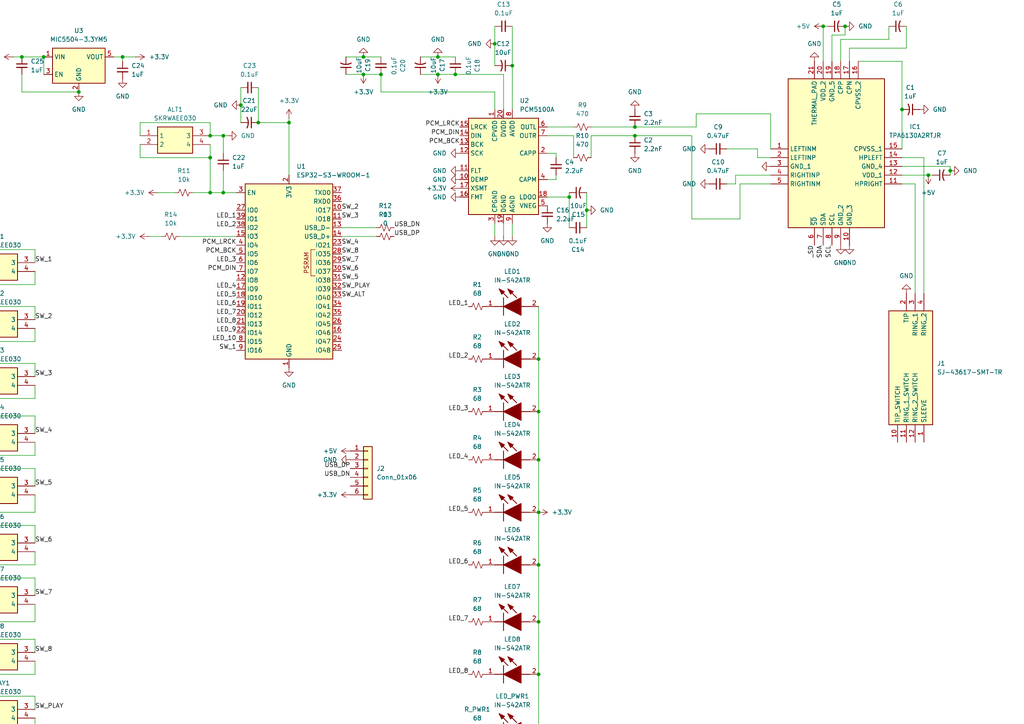
<source format=kicad_sch>
(kicad_sch (version 20250114) (generator "eeschema") (generator_version "9.0")
  (paper "A4")
  (junction (at -10.16 99.06))
  (junction (at 105.41 16.51))
  (junction (at 184.15 36.83))
  (junction (at 184.15 39.37))
  (junction (at 69.85 30.48))
  (junction (at 156.21 195.58))
  (junction (at -10.16 82.55))
  (junction (at 156.21 148.59))
  (junction (at 148.59 19.05))
  (junction (at 238.76 7.62))
  (junction (at 83.82 35.56))
  (junction (at 110.49 21.59))
  (junction (at 132.08 21.59))
  (junction (at 74.93 35.56))
  (junction (at -10.16 115.57))
  (junction (at 261.62 31.75))
  (junction (at 165.1 57.15))
  (junction (at 245.11 7.62))
  (junction (at 60.96 39.37))
  (junction (at 156.21 104.14))
  (junction (at 60.96 45.72))
  (junction (at -10.16 180.34))
  (junction (at 105.41 21.59))
  (junction (at -10.16 194.31))
  (junction (at 275.59 49.53))
  (junction (at 127 21.59))
  (junction (at 12.7 16.51))
  (junction (at 156.21 163.83))
  (junction (at 64.77 55.88))
  (junction (at -10.16 212.09))
  (junction (at 64.77 39.37))
  (junction (at 156.21 212.09))
  (junction (at 156.21 119.38))
  (junction (at 6.35 16.51))
  (junction (at 269.24 50.8))
  (junction (at 170.18 60.96))
  (junction (at -10.16 132.08))
  (junction (at 143.51 12.7))
  (junction (at 127 16.51))
  (junction (at 156.21 133.35))
  (junction (at -10.16 163.83))
  (junction (at 156.21 180.34))
  (junction (at 60.96 55.88))
  (junction (at -10.16 148.59))
  (junction (at 22.86 26.67))
  (junction (at -11.43 224.79))
  (junction (at 35.56 16.51))
  (no_connect (at -74.93 97.79))
  (wire (pts (xy 200.66 39.37) (xy 200.66 63.5)))
  (wire (pts (xy -10.16 135.89) (xy 10.16 135.89)))
  (wire (pts (xy 10.16 115.57) (xy 10.16 111.76)))
  (wire (pts (xy 200.66 39.37) (xy 184.15 39.37)))
  (wire (pts (xy 241.3 17.78) (xy 241.3 10.16)))
  (wire (pts (xy 200.66 63.5) (xy 214.63 63.5)))
  (wire (pts (xy 156.21 88.9) (xy 156.21 104.14)))
  (wire (pts (xy 261.62 31.75) (xy 261.62 43.18)))
  (wire (pts (xy 10.16 82.55) (xy 10.16 78.74)))
  (wire (pts (xy 83.82 34.29) (xy 83.82 35.56)))
  (wire (pts (xy -10.16 78.74) (xy -10.16 82.55)))
  (wire (pts (xy 60.96 41.91) (xy 60.96 45.72)))
  (wire (pts (xy 3.81 16.51) (xy 6.35 16.51)))
  (wire (pts (xy 121.92 16.51) (xy 127 16.51)))
  (wire (pts (xy 143.51 12.7) (xy 143.51 19.05)))
  (wire (pts (xy -10.16 185.42) (xy 10.16 185.42)))
  (wire (pts (xy 213.36 53.34) (xy 210.82 53.34)))
  (wire (pts (xy 146.05 21.59) (xy 132.08 21.59)))
  (wire (pts (xy 55.88 55.88) (xy 60.96 55.88)))
  (wire (pts (xy 156.21 148.59) (xy 156.21 163.83)))
  (wire (pts (xy 171.45 39.37) (xy 171.45 45.72)))
  (wire (pts (xy 60.96 35.56) (xy 40.64 35.56)))
  (wire (pts (xy 40.64 35.56) (xy 40.64 39.37)))
  (wire (pts (xy -10.16 140.97) (xy -10.16 135.89)))
  (wire (pts (xy 10.16 120.65) (xy 10.16 125.73)))
  (wire (pts (xy 156.21 195.58) (xy 156.21 212.09)))
  (wire (pts (xy 261.62 45.72) (xy 267.97 45.72)))
  (wire (pts (xy 10.16 132.08) (xy 10.16 128.27)))
  (wire (pts (xy 74.93 25.4) (xy 74.93 35.56)))
  (wire (pts (xy 261.62 50.8) (xy 269.24 50.8)))
  (wire (pts (xy -10.16 109.22) (xy -10.16 105.41)))
  (wire (pts (xy 40.64 45.72) (xy 60.96 45.72)))
  (wire (pts (xy 214.63 53.34) (xy 214.63 63.5)))
  (wire (pts (xy -10.16 105.41) (xy 10.16 105.41)))
  (wire (pts (xy 40.64 41.91) (xy 40.64 45.72)))
  (wire (pts (xy -10.16 191.77) (xy -10.16 194.31)))
  (wire (pts (xy -11.43 231.14) (xy 8.89 231.14)))
  (wire (pts (xy 127 16.51) (xy 132.08 16.51)))
  (wire (pts (xy -10.16 128.27) (xy -10.16 132.08)))
  (wire (pts (xy -11.43 222.25) (xy -11.43 218.44)))
  (wire (pts (xy 10.16 148.59) (xy 10.16 143.51)))
  (wire (pts (xy 238.76 7.62) (xy 238.76 17.78)))
  (wire (pts (xy 10.16 167.64) (xy 10.16 172.72)))
  (wire (pts (xy -10.16 195.58) (xy 10.16 195.58)))
  (wire (pts (xy 10.16 175.26) (xy 10.16 180.34)))
  (wire (pts (xy 10.16 212.09) (xy 10.16 208.28)))
  (wire (pts (xy -10.16 88.9) (xy 10.16 88.9)))
  (wire (pts (xy -10.16 115.57) (xy 10.16 115.57)))
  (wire (pts (xy 143.51 31.75) (xy 143.51 26.67)))
  (wire (pts (xy -10.16 99.06) (xy 10.16 99.06)))
  (wire (pts (xy 10.16 99.06) (xy 10.16 95.25)))
  (wire (pts (xy 10.16 105.41) (xy 10.16 109.22)))
  (wire (pts (xy 161.29 52.07) (xy 161.29 50.8)))
  (wire (pts (xy 245.11 10.16) (xy 245.11 7.62)))
  (wire (pts (xy 35.56 16.51) (xy 35.56 17.78)))
  (wire (pts (xy 69.85 30.48) (xy 69.85 35.56)))
  (wire (pts (xy 275.59 49.53) (xy 275.59 50.8)))
  (wire (pts (xy -10.16 167.64) (xy 10.16 167.64)))
  (wire (pts (xy 100.33 16.51) (xy 105.41 16.51)))
  (wire (pts (xy 240.03 7.62) (xy 238.76 7.62)))
  (wire (pts (xy 60.96 45.72) (xy 60.96 55.88)))
  (wire (pts (xy 265.43 53.34) (xy 265.43 85.09)))
  (wire (pts (xy 156.21 133.35) (xy 156.21 148.59)))
  (wire (pts (xy 166.37 39.37) (xy 166.37 45.72)))
  (wire (pts (xy -10.16 212.09) (xy 10.16 212.09)))
  (wire (pts (xy -10.16 92.71) (xy -10.16 88.9)))
  (wire (pts (xy 33.02 16.51) (xy 35.56 16.51)))
  (wire (pts (xy 8.89 218.44) (xy 8.89 222.25)))
  (wire (pts (xy 10.16 185.42) (xy 10.16 189.23)))
  (wire (pts (xy 66.04 39.37) (xy 64.77 39.37)))
  (wire (pts (xy 241.3 10.16) (xy 245.11 10.16)))
  (wire (pts (xy 156.21 119.38) (xy 156.21 133.35)))
  (wire (pts (xy 158.75 52.07) (xy 161.29 52.07)))
  (wire (pts (xy 275.59 48.26) (xy 275.59 49.53)))
  (wire (pts (xy 83.82 35.56) (xy 83.82 50.8)))
  (wire (pts (xy 127 21.59) (xy 132.08 21.59)))
  (wire (pts (xy 64.77 55.88) (xy 68.58 55.88)))
  (wire (pts (xy 184.15 36.83) (xy 201.93 36.83)))
  (wire (pts (xy 143.51 7.62) (xy 143.51 12.7)))
  (wire (pts (xy -10.16 201.93) (xy 10.16 201.93)))
  (wire (pts (xy -11.43 218.44) (xy 8.89 218.44)))
  (wire (pts (xy 52.07 68.58) (xy 68.58 68.58)))
  (wire (pts (xy -10.16 72.39) (xy 10.16 72.39)))
  (wire (pts (xy 165.1 57.15) (xy 165.1 66.04)))
  (wire (pts (xy -10.16 125.73) (xy -10.16 120.65)))
  (wire (pts (xy 158.75 44.45) (xy 161.29 44.45)))
  (wire (pts (xy 243.84 11.43) (xy 257.81 11.43)))
  (wire (pts (xy 45.72 55.88) (xy 50.8 55.88)))
  (wire (pts (xy 110.49 26.67) (xy 110.49 21.59)))
  (wire (pts (xy 171.45 36.83) (xy 184.15 36.83)))
  (wire (pts (xy 60.96 39.37) (xy 60.96 35.56)))
  (wire (pts (xy 99.06 66.04) (xy 109.22 66.04)))
  (wire (pts (xy 210.82 43.18) (xy 219.71 43.18)))
  (wire (pts (xy 143.51 26.67) (xy 110.49 26.67)))
  (wire (pts (xy 267.97 45.72) (xy 267.97 85.09)))
  (wire (pts (xy -10.16 95.25) (xy -10.16 99.06)))
  (wire (pts (xy 223.52 50.8) (xy 213.36 50.8)))
  (wire (pts (xy 99.06 68.58) (xy 109.22 68.58)))
  (wire (pts (xy 213.36 50.8) (xy 213.36 53.34)))
  (wire (pts (xy 10.16 201.93) (xy 10.16 205.74)))
  (wire (pts (xy -10.16 160.02) (xy -10.16 163.83)))
  (wire (pts (xy 261.62 53.34) (xy 265.43 53.34)))
  (wire (pts (xy 158.75 39.37) (xy 166.37 39.37)))
  (wire (pts (xy 223.52 53.34) (xy 214.63 53.34)))
  (wire (pts (xy 269.24 50.8) (xy 270.51 50.8)))
  (wire (pts (xy 35.56 16.51) (xy 39.37 16.51)))
  (wire (pts (xy 105.41 21.59) (xy 110.49 21.59)))
  (wire (pts (xy -10.16 180.34) (xy 10.16 180.34)))
  (wire (pts (xy 64.77 39.37) (xy 64.77 44.45)))
  (wire (pts (xy 148.59 7.62) (xy 148.59 19.05)))
  (wire (pts (xy -10.16 205.74) (xy -10.16 201.93)))
  (wire (pts (xy 257.81 11.43) (xy 257.81 7.62)))
  (wire (pts (xy 158.75 57.15) (xy 165.1 57.15)))
  (wire (pts (xy 201.93 33.02) (xy 223.52 33.02)))
  (wire (pts (xy 148.59 64.77) (xy 148.59 68.58)))
  (wire (pts (xy 64.77 49.53) (xy 64.77 55.88)))
  (wire (pts (xy 69.85 25.4) (xy 69.85 30.48)))
  (wire (pts (xy 243.84 17.78) (xy 243.84 11.43)))
  (wire (pts (xy -10.16 132.08) (xy 10.16 132.08)))
  (wire (pts (xy 143.51 64.77) (xy 143.51 68.58)))
  (wire (pts (xy -10.16 143.51) (xy -10.16 148.59)))
  (wire (pts (xy -10.16 152.4) (xy 10.16 152.4)))
  (wire (pts (xy 10.16 195.58) (xy 10.16 191.77)))
  (wire (pts (xy 201.93 36.83) (xy 201.93 33.02)))
  (wire (pts (xy -10.16 208.28) (xy -10.16 212.09)))
  (wire (pts (xy -10.16 189.23) (xy -10.16 185.42)))
  (wire (pts (xy 165.1 57.15) (xy 165.1 55.88)))
  (wire (pts (xy -10.16 175.26) (xy -10.16 180.34)))
  (wire (pts (xy 10.16 152.4) (xy 10.16 157.48)))
  (wire (pts (xy 148.59 19.05) (xy 148.59 31.75)))
  (wire (pts (xy 10.16 88.9) (xy 10.16 92.71)))
  (wire (pts (xy -10.16 152.4) (xy -10.16 157.48)))
  (wire (pts (xy 156.21 104.14) (xy 156.21 119.38)))
  (wire (pts (xy -10.16 148.59) (xy 10.16 148.59)))
  (wire (pts (xy 74.93 35.56) (xy 83.82 35.56)))
  (wire (pts (xy -10.16 76.2) (xy -10.16 72.39)))
  (wire (pts (xy 246.38 17.78) (xy 246.38 13.97)))
  (wire (pts (xy 156.21 212.09) (xy 156.21 227.33)))
  (wire (pts (xy 261.62 48.26) (xy 275.59 48.26)))
  (wire (pts (xy 156.21 163.83) (xy 156.21 180.34)))
  (wire (pts (xy -10.16 82.55) (xy 10.16 82.55)))
  (wire (pts (xy 170.18 55.88) (xy 170.18 60.96)))
  (wire (pts (xy 219.71 45.72) (xy 223.52 45.72)))
  (wire (pts (xy -10.16 120.65) (xy 10.16 120.65)))
  (wire (pts (xy 161.29 44.45) (xy 161.29 45.72)))
  (wire (pts (xy 10.16 135.89) (xy 10.16 140.97)))
  (wire (pts (xy 12.7 16.51) (xy 12.7 21.59)))
  (wire (pts (xy 158.75 36.83) (xy 166.37 36.83)))
  (wire (pts (xy 219.71 43.18) (xy 219.71 45.72)))
  (wire (pts (xy 246.38 13.97) (xy 262.89 13.97)))
  (wire (pts (xy 223.52 33.02) (xy 223.52 43.18)))
  (wire (pts (xy 10.16 163.83) (xy 10.16 160.02)))
  (wire (pts (xy 8.89 231.14) (xy 8.89 224.79)))
  (wire (pts (xy 170.18 60.96) (xy 170.18 66.04)))
  (wire (pts (xy 261.62 17.78) (xy 261.62 31.75)))
  (wire (pts (xy -10.16 194.31) (xy -10.16 195.58)))
  (wire (pts (xy 146.05 64.77) (xy 146.05 68.58)))
  (wire (pts (xy 6.35 26.67) (xy 22.86 26.67)))
  (wire (pts (xy -10.16 111.76) (xy -10.16 115.57)))
  (wire (pts (xy -10.16 172.72) (xy -10.16 167.64)))
  (wire (pts (xy 6.35 16.51) (xy 12.7 16.51)))
  (wire (pts (xy 6.35 21.59) (xy 6.35 26.67)))
  (wire (pts (xy -11.43 224.79) (xy -11.43 231.14)))
  (wire (pts (xy 248.92 17.78) (xy 261.62 17.78)))
  (wire (pts (xy 262.89 13.97) (xy 262.89 7.62)))
  (wire (pts (xy 121.92 21.59) (xy 127 21.59)))
  (wire (pts (xy 146.05 31.75) (xy 146.05 21.59)))
  (wire (pts (xy 156.21 180.34) (xy 156.21 195.58)))
  (wire (pts (xy 100.33 21.59) (xy 105.41 21.59)))
  (wire (pts (xy 43.18 68.58) (xy 46.99 68.58)))
  (wire (pts (xy 10.16 72.39) (xy 10.16 76.2)))
  (wire (pts (xy 184.15 39.37) (xy 171.45 39.37)))
  (wire (pts (xy 105.41 16.51) (xy 110.49 16.51)))
  (wire (pts (xy 64.77 39.37) (xy 60.96 39.37)))
  (wire (pts (xy 60.96 55.88) (xy 64.77 55.88)))
  (wire (pts (xy -10.16 163.83) (xy 10.16 163.83)))
  (label "USB_DN" (at 114.3 66.04 0))
  (label "LED_7" (at 68.58 91.44 180))
  (label "LED_2" (at 135.89 104.14 180))
  (label "USB_DP" (at 101.6 135.89 180))
  (label "_SD" (at 236.22 71.12 270))
  (label "SW_8" (at 99.06 73.66 0))
  (label "PCM_DIN" (at 133.35 39.37 180))
  (label "SW_7" (at 99.06 76.2 0))
  (label "LED_10" (at 135.89 227.33 180))
  (label "PCM_LRCK" (at 133.35 36.83 180))
  (label "LED_7" (at 135.89 180.34 180))
  (label "SW_4" (at 10.16 125.73 0))
  (label "LED_6" (at 135.89 163.83 180))
  (label "LED_9" (at 68.58 96.52 180))
  (label "SW_6" (at 10.16 157.48 0))
  (label "SW_ALT" (at 8.89 222.25 0))
  (label "LED_8" (at 68.58 93.98 180))
  (label "PCM_DIN" (at 68.58 78.74 180))
  (label "SW_2" (at 10.16 92.71 0))
  (label "LED_8" (at 135.89 195.58 180))
  (label "LED_9" (at 135.89 212.09 180))
  (label "LED_3" (at 135.89 119.38 180))
  (label "SW_1" (at 10.16 76.2 0))
  (label "PCM_BCK" (at 133.35 41.91 180))
  (label "SCL" (at 241.3 71.12 270))
  (label "SW_3" (at 99.06 63.5 0))
  (label "LED_1" (at 68.58 63.5 180))
  (label "SW_6" (at 99.06 78.74 0))
  (label "LED_4" (at 68.58 83.82 180))
  (label "USB_DP" (at 114.3 68.58 0))
  (label "SDA" (at 238.76 71.12 270))
  (label "USB_DN" (at 101.6 138.43 180))
  (label "SW_5" (at 99.06 81.28 0))
  (label "LED_6" (at 68.58 88.9 180))
  (label "SW_5" (at 10.16 140.97 0))
  (label "LED_1" (at 135.89 88.9 180))
  (label "SW_2" (at 99.06 60.96 0))
  (label "PCM_LRCK" (at 68.58 71.12 180))
  (label "SW_PLAY" (at 99.06 83.82 0))
  (label "LED_5" (at 135.89 148.59 180))
  (label "LED_4" (at 135.89 133.35 180))
  (label "SW_3" (at 10.16 109.22 0))
  (label "SW_8" (at 10.16 189.23 0))
  (label "PCM_BCK" (at 68.58 73.66 180))
  (label "SW_ALT" (at 99.06 86.36 0))
  (label "SW_1" (at 68.58 101.6 180))
  (label "LED_2" (at 68.58 66.04 180))
  (label "SW_PLAY" (at 10.16 205.74 0))
  (label "LED_10" (at 68.58 99.06 180))
  (label "SW_7" (at 10.16 172.72 0))
  (label "LED_3" (at 68.58 76.2 180))
  (label "LED_5" (at 68.58 86.36 180))
  (label "SW_4" (at 99.06 71.12 0))
  (symbol (lib_id "Device:C_Small_US") (at 264.16 31.75 270) (unit 1)
    (property "Reference" "C1" (at 264.033 25.4 90))
    (property "Value" "1uF" (at 264.033 27.94 90))
    (property "Footprint" "Capacitor_SMD:C_01005_0402Metric" (effects (hide yes)))
    (property "Description" "capacitor, small US symbol" (effects (hide yes)))
  )
  (symbol (lib_id "power:GND") (at 246.38 71.12 0) (unit 1)
    (property "Reference" "#PWR09" (effects (hide yes)))
    (property "Value" "GND" (at 246.38 76.2 0))
    (property "Description" "Power symbol creates a global label with name \"GND\" , ground" (effects (hide yes)))
  )
  (symbol (lib_id "power:+3.3V") (at 43.18 68.58 90) (unit 1)
    (property "Reference" "#PWR038" (effects (hide yes)))
    (property "Value" "+3.3V" (at 39.37 68.5799 90) (effects (justify left)))
    (property "Description" "Power symbol creates a global label with name \"+3.3V\"" (effects (hide yes)))
  )
  (symbol (lib_id "Device:C_Small_US") (at 146.05 19.05 270) (unit 1)
    (property "Reference" "C12" (at 145.923 12.7 90))
    (property "Value" "10uF" (at 145.923 15.24 90))
    (property "Footprint" "Capacitor_SMD:C_01005_0402Metric" (effects (hide yes)))
    (property "Description" "capacitor, small US symbol" (effects (hide yes)))
  )
  (symbol (lib_id "SKRWAEE030:SKRWAEE030") (at -10.16 76.2 0) (unit 1)
    (property "Reference" "S1" (at 0 68.58 0))
    (property "Value" "SKRWAEE030" (at 0 71.12 0))
    (property "Footprint" "SKRWAEE030:SKRWAEE030" (effects (hide yes)))
    (property "Datasheet" "https://www.alps.com/prod/info/E/HTML/Tact/SurfaceMount/SKRW/SKRWAEE030.html" (effects (hide yes)))
    (property "Description" "Tactile Switches 3.7x3.7x0.35mm 160gf" (effects (hide yes)))
    (property "Height" "0.5" (effects (hide yes)))
    (property "Mouser Part Number" "688-SKRWAEE030" (effects (hide yes)))
    (property "Mouser Price/Stock" "https://www.mouser.co.uk/ProductDetail/Alps-Alpine/SKRWAEE030?qs=4aVxpR%2FL9VKdaQi%252BS4Mesg%3D%3D" (effects (hide yes)))
    (property "Manufacturer_Name" "ALPS Electric" (effects (hide yes)))
    (property "Manufacturer_Part_Number" "SKRWAEE030" (effects (hide yes)))
  )
  (symbol (lib_id "Device:C_Small_US") (at 242.57 7.62 90) (unit 1)
    (property "Reference" "C5" (at 242.697 1.27 90))
    (property "Value" "1uF" (at 242.697 3.81 90))
    (property "Footprint" "Capacitor_SMD:C_01005_0402Metric" (effects (hide yes)))
    (property "Description" "capacitor, small US symbol" (effects (hide yes)))
  )
  (symbol (lib_id "SKRWAEE030:SKRWAEE030") (at -10.16 92.71 0) (unit 1)
    (property "Reference" "S2" (at 0 85.09 0))
    (property "Value" "SKRWAEE030" (at 0 87.63 0))
    (property "Footprint" "SKRWAEE030:SKRWAEE030" (effects (hide yes)))
    (property "Datasheet" "https://www.alps.com/prod/info/E/HTML/Tact/SurfaceMount/SKRW/SKRWAEE030.html" (effects (hide yes)))
    (property "Description" "Tactile Switches 3.7x3.7x0.35mm 160gf" (effects (hide yes)))
    (property "Height" "0.5" (effects (hide yes)))
    (property "Mouser Part Number" "688-SKRWAEE030" (effects (hide yes)))
    (property "Mouser Price/Stock" "https://www.mouser.co.uk/ProductDetail/Alps-Alpine/SKRWAEE030?qs=4aVxpR%2FL9VKdaQi%252BS4Mesg%3D%3D" (effects (hide yes)))
    (property "Manufacturer_Name" "ALPS Electric" (effects (hide yes)))
    (property "Manufacturer_Part_Number" "SKRWAEE030" (effects (hide yes)))
  )
  (symbol (lib_id "power:GND") (at 133.35 49.53 270) (unit 1)
    (property "Reference" "#PWR013" (effects (hide yes)))
    (property "Value" "GND" (at 129.54 49.5299 90) (effects (justify right)))
    (property "Description" "Power symbol creates a global label with name \"GND\" , ground" (effects (hide yes)))
  )
  (symbol (lib_id "IN-S42ATR:IN-S42ATR") (at 140.97 119.38 0) (unit 1)
    (property "Reference" "LED3" (at 148.59 109.22 0))
    (property "Value" "IN-S42ATR" (at 148.59 111.76 0))
    (property "Footprint" "IN-S42ATR:LEDC1005X55N" (effects (hide yes)))
    (property "Datasheet" "http://www.inolux-corp.com/datasheet/SMDLED/Mono%20Color%20Top%20View/IN-S42AT%20Series_V1.1.pdf" (effects (hide yes)))
    (property "Description" "LED Uni-Color Red 645nm 2-Pin Chip 0402(1006Metric) T/R" (effects (hide yes)))
    (property "Height" "0.55" (effects (hide yes)))
    (property "Mouser Part Number" "743-IN-S42ATR" (effects (hide yes)))
    (property "Mouser Price/Stock" "https://www.mouser.co.uk/ProductDetail/Inolux/IN-S42ATR?qs=qSfuJ%252Bfl%2Fd5DK2RxkNJ2Zg%3D%3D" (effects (hide yes)))
    (property "Manufacturer_Name" "Inolux" (effects (hide yes)))
    (property "Manufacturer_Part_Number" "IN-S42ATR" (effects (hide yes)))
  )
  (symbol (lib_id "power:GND") (at 66.04 39.37 90) (unit 1)
    (property "Reference" "#PWR032" (effects (hide yes)))
    (property "Value" "GND" (at 69.85 39.3699 90) (effects (justify right)))
    (property "Description" "Power symbol creates a global label with name \"GND\" , ground" (effects (hide yes)))
  )
  (symbol (lib_id "power:GND") (at -10.16 180.34 270) (unit 1)
    (property "Reference" "#PWR046" (effects (hide yes)))
    (property "Value" "GND" (at -12.7 180.3399 90) (effects (justify right)))
    (property "Description" "Power symbol creates a global label with name \"GND\" , ground" (effects (hide yes)))
  )
  (symbol (lib_id "power:+5V") (at 269.24 50.8 180) (unit 1)
    (property "Reference" "#PWR06" (effects (hide yes)))
    (property "Value" "+5V" (at 269.24 55.88 0))
    (property "Description" "Power symbol creates a global label with name \"+5V\"" (effects (hide yes)))
  )
  (symbol (lib_id "power:GND") (at 184.15 31.75 180) (unit 1)
    (property "Reference" "#PWR017" (effects (hide yes)))
    (property "Value" "GND" (at 184.15 26.67 0))
    (property "Description" "Power symbol creates a global label with name \"GND\" , ground" (effects (hide yes)))
  )
  (symbol (lib_id "Device:R_Small_US") (at 53.34 55.88 90) (unit 1)
    (property "Reference" "R11" (at 53.34 49.53 90))
    (property "Value" "10k" (at 53.34 52.07 90))
    (property "Footprint" "Resistor_SMD:R_01005_0402Metric" (effects (hide yes)))
    (property "Description" "Resistor, small US symbol" (effects (hide yes)))
  )
  (symbol (lib_id "Device:C_Small") (at 184.15 41.91 0) (unit 1)
    (property "Reference" "C2" (at 186.69 40.6462 0) (effects (justify left)))
    (property "Value" "2.2nF" (at 186.69 43.1862 0) (effects (justify left)))
    (property "Footprint" "Capacitor_SMD:C_01005_0402Metric" (effects (hide yes)))
    (property "Description" "Unpolarized capacitor, small symbol" (effects (hide yes)))
  )
  (symbol (lib_id "RF_Module:ESP32-S3-WROOM-1") (at 83.82 78.74 0) (unit 1)
    (property "Reference" "U1" (at 85.9633 48.26 0) (effects (justify left)))
    (property "Value" "ESP32-S3-WROOM-1" (at 85.9633 50.8 0) (effects (justify left)))
    (property "Footprint" "RF_Module:ESP32-S3-WROOM-1" (effects (hide yes)))
    (property "Datasheet" "https://www.espressif.com/sites/default/files/documentation/esp32-s3-wroom-1_wroom-1u_datasheet_en.pdf" (effects (hide yes)))
    (property "Description" "RF Module, ESP32-S3 SoC, Wi-Fi 802.11b/g/n, Bluetooth, BLE, 32-bit, 3.3V, onboard antenna, SMD" (effects (hide yes)))
  )
  (symbol (lib_id "Device:C_Small_US") (at 167.64 55.88 90) (unit 1)
    (property "Reference" "C15" (at 167.767 62.23 90))
    (property "Value" "10uF" (at 167.767 59.69 90))
    (property "Footprint" "Capacitor_SMD:C_01005_0402Metric" (effects (hide yes)))
    (property "Description" "capacitor, small US symbol" (effects (hide yes)))
  )
  (symbol (lib_id "power:GND") (at 101.6 133.35 270) (unit 1)
    (property "Reference" "#PWR035" (effects (hide yes)))
    (property "Value" "GND" (at 97.79 133.3499 90) (effects (justify right)))
    (property "Description" "Power symbol creates a global label with name \"GND\" , ground" (effects (hide yes)))
  )
  (symbol (lib_id "power:+5V") (at 101.6 130.81 90) (unit 1)
    (property "Reference" "#PWR036" (effects (hide yes)))
    (property "Value" "+5V" (at 97.79 130.8099 90) (effects (justify left)))
    (property "Description" "Power symbol creates a global label with name \"+5V\"" (effects (hide yes)))
  )
  (symbol (lib_id "Device:C_Small_US") (at 121.92 19.05 180) (unit 1)
    (property "Reference" "C17" (at 128.27 18.923 90))
    (property "Value" "10uF" (at 125.73 18.923 90))
    (property "Footprint" "Capacitor_SMD:C_01005_0402Metric" (effects (hide yes)))
    (property "Description" "capacitor, small US symbol" (effects (hide yes)))
  )
  (symbol (lib_id "Device:C_Small") (at 35.56 20.32 0) (unit 1)
    (property "Reference" "C24" (at 38.1 19.0562 0) (effects (justify left)))
    (property "Value" "1uF" (at 38.1 21.5962 0) (effects (justify left)))
    (property "Footprint" "Capacitor_SMD:C_01005_0402Metric" (effects (hide yes)))
    (property "Description" "Unpolarized capacitor, small symbol" (effects (hide yes)))
  )
  (symbol (lib_id "SKRWAEE030:SKRWAEE030") (at -10.16 125.73 0) (unit 1)
    (property "Reference" "S4" (at 0 118.11 0))
    (property "Value" "SKRWAEE030" (at 0 120.65 0))
    (property "Footprint" "SKRWAEE030:SKRWAEE030" (effects (hide yes)))
    (property "Datasheet" "https://www.alps.com/prod/info/E/HTML/Tact/SurfaceMount/SKRW/SKRWAEE030.html" (effects (hide yes)))
    (property "Description" "Tactile Switches 3.7x3.7x0.35mm 160gf" (effects (hide yes)))
    (property "Height" "0.5" (effects (hide yes)))
    (property "Mouser Part Number" "688-SKRWAEE030" (effects (hide yes)))
    (property "Mouser Price/Stock" "https://www.mouser.co.uk/ProductDetail/Alps-Alpine/SKRWAEE030?qs=4aVxpR%2FL9VKdaQi%252BS4Mesg%3D%3D" (effects (hide yes)))
    (property "Manufacturer_Name" "ALPS Electric" (effects (hide yes)))
    (property "Manufacturer_Part_Number" "SKRWAEE030" (effects (hide yes)))
  )
  (symbol (lib_id "SKRWAEE030:SKRWAEE030") (at -11.43 222.25 0) (unit 1)
    (property "Reference" "ALT2" (at -1.27 214.63 0))
    (property "Value" "SKRWAEE030" (at -1.27 217.17 0))
    (property "Footprint" "SKRWAEE030:SKRWAEE030" (effects (hide yes)))
    (property "Datasheet" "https://www.alps.com/prod/info/E/HTML/Tact/SurfaceMount/SKRW/SKRWAEE030.html" (effects (hide yes)))
    (property "Description" "Tactile Switches 3.7x3.7x0.35mm 160gf" (effects (hide yes)))
    (property "Height" "0.5" (effects (hide yes)))
    (property "Mouser Part Number" "688-SKRWAEE030" (effects (hide yes)))
    (property "Mouser Price/Stock" "https://www.mouser.co.uk/ProductDetail/Alps-Alpine/SKRWAEE030?qs=4aVxpR%2FL9VKdaQi%252BS4Mesg%3D%3D" (effects (hide yes)))
    (property "Manufacturer_Name" "ALPS Electric" (effects (hide yes)))
    (property "Manufacturer_Part_Number" "SKRWAEE030" (effects (hide yes)))
  )
  (symbol (lib_id "power:GND") (at 266.7 31.75 90) (unit 1)
    (property "Reference" "#PWR03" (effects (hide yes)))
    (property "Value" "GND" (at 270.51 31.7499 90) (effects (justify right)))
    (property "Description" "Power symbol creates a global label with name \"GND\" , ground" (effects (hide yes)))
  )
  (symbol (lib_id "Device:C_Small") (at 64.77 46.99 0) (unit 1)
    (property "Reference" "C22" (at 67.31 45.7262 0) (effects (justify left)))
    (property "Value" "1uF" (at 67.31 48.2662 0) (effects (justify left)))
    (property "Footprint" "Capacitor_SMD:C_01005_0402Metric" (effects (hide yes)))
    (property "Description" "Unpolarized capacitor, small symbol" (effects (hide yes)))
  )
  (symbol (lib_id "power:GND") (at -10.16 212.09 270) (unit 1)
    (property "Reference" "#PWR048" (effects (hide yes)))
    (property "Value" "GND" (at -12.7 212.0899 90) (effects (justify right)))
    (property "Description" "Power symbol creates a global label with name \"GND\" , ground" (effects (hide yes)))
  )
  (symbol (lib_id "Device:C_Small") (at 208.28 43.18 90) (unit 1)
    (property "Reference" "C9" (at 208.2863 36.83 90))
    (property "Value" "0.47uF" (at 208.2863 39.37 90))
    (property "Footprint" "Capacitor_SMD:C_01005_0402Metric" (effects (hide yes)))
    (property "Description" "Unpolarized capacitor, small symbol" (effects (hide yes)))
  )
  (symbol (lib_id "power:+5V") (at 238.76 7.62 90) (unit 1)
    (property "Reference" "#PWR05" (effects (hide yes)))
    (property "Value" "+5V" (at 234.95 7.6199 90) (effects (justify left)))
    (property "Description" "Power symbol creates a global label with name \"+5V\"" (effects (hide yes)))
  )
  (symbol (lib_id "power:GND") (at 133.35 52.07 270) (unit 1)
    (property "Reference" "#PWR014" (effects (hide yes)))
    (property "Value" "GND" (at 129.54 52.0699 90) (effects (justify right)))
    (property "Description" "Power symbol creates a global label with name \"GND\" , ground" (effects (hide yes)))
  )
  (symbol (lib_id "IN-S42ATR:IN-S42ATR") (at 140.97 88.9 0) (unit 1)
    (property "Reference" "LED1" (at 148.59 78.74 0))
    (property "Value" "IN-S42ATR" (at 148.59 81.28 0))
    (property "Footprint" "IN-S42ATR:LEDC1005X55N" (effects (hide yes)))
    (property "Datasheet" "http://www.inolux-corp.com/datasheet/SMDLED/Mono%20Color%20Top%20View/IN-S42AT%20Series_V1.1.pdf" (effects (hide yes)))
    (property "Description" "LED Uni-Color Red 645nm 2-Pin Chip 0402(1006Metric) T/R" (effects (hide yes)))
    (property "Height" "0.55" (effects (hide yes)))
    (property "Mouser Part Number" "743-IN-S42ATR" (effects (hide yes)))
    (property "Mouser Price/Stock" "https://www.mouser.co.uk/ProductDetail/Inolux/IN-S42ATR?qs=qSfuJ%252Bfl%2Fd5DK2RxkNJ2Zg%3D%3D" (effects (hide yes)))
    (property "Manufacturer_Name" "Inolux" (effects (hide yes)))
    (property "Manufacturer_Part_Number" "IN-S42ATR" (effects (hide yes)))
  )
  (symbol (lib_id "power:GND") (at -10.16 148.59 270) (unit 1)
    (property "Reference" "#PWR044" (effects (hide yes)))
    (property "Value" "GND" (at -12.7 148.5899 90) (effects (justify right)))
    (property "Description" "Power symbol creates a global label with name \"GND\" , ground" (effects (hide yes)))
  )
  (symbol (lib_id "power:GND") (at 262.89 85.09 180) (unit 1)
    (property "Reference" "#PWR07" (effects (hide yes)))
    (property "Value" "GND" (at 262.89 80.01 0))
    (property "Description" "Power symbol creates a global label with name \"GND\" , ground" (effects (hide yes)))
  )
  (symbol (lib_id "SKRWAEE030:SKRWAEE030") (at 40.64 39.37 0) (unit 1)
    (property "Reference" "ALT1" (at 50.8 31.75 0))
    (property "Value" "SKRWAEE030" (at 50.8 34.29 0))
    (property "Footprint" "SKRWAEE030:SKRWAEE030" (effects (hide yes)))
    (property "Datasheet" "https://www.alps.com/prod/info/E/HTML/Tact/SurfaceMount/SKRW/SKRWAEE030.html" (effects (hide yes)))
    (property "Description" "Tactile Switches 3.7x3.7x0.35mm 160gf" (effects (hide yes)))
    (property "Height" "0.5" (effects (hide yes)))
    (property "Mouser Part Number" "688-SKRWAEE030" (effects (hide yes)))
    (property "Mouser Price/Stock" "https://www.mouser.co.uk/ProductDetail/Alps-Alpine/SKRWAEE030?qs=4aVxpR%2FL9VKdaQi%252BS4Mesg%3D%3D" (effects (hide yes)))
    (property "Manufacturer_Name" "ALPS Electric" (effects (hide yes)))
    (property "Manufacturer_Part_Number" "SKRWAEE030" (effects (hide yes)))
  )
  (symbol (lib_id "Device:R_Small_US") (at 168.91 45.72 90) (unit 1)
    (property "Reference" "R10" (at 168.91 39.37 90))
    (property "Value" "470" (at 168.91 41.91 90))
    (property "Footprint" "Resistor_SMD:R_01005_0402Metric" (effects (hide yes)))
    (property "Description" "Resistor, small US symbol" (effects (hide yes)))
  )
  (symbol (lib_id "Device:C_Small") (at 132.08 19.05 0) (unit 1)
    (property "Reference" "C18" (at 138.43 19.0563 90))
    (property "Value" "0.1uF" (at 135.89 19.0563 90))
    (property "Footprint" "Capacitor_SMD:C_01005_0402Metric" (effects (hide yes)))
    (property "Description" "Unpolarized capacitor, small symbol" (effects (hide yes)))
  )
  (symbol (lib_id "Device:R_Small_US") (at 111.76 68.58 90) (unit 1)
    (property "Reference" "R13" (at 111.76 62.23 90))
    (property "Value" "0" (at 111.76 64.77 90))
    (property "Footprint" "Resistor_SMD:R_01005_0402Metric" (effects (hide yes)))
    (property "Description" "Resistor, small US symbol" (effects (hide yes)))
  )
  (symbol (lib_id "SKRWAEE030:SKRWAEE030") (at -10.16 140.97 0) (unit 1)
    (property "Reference" "S5" (at 0 133.35 0))
    (property "Value" "SKRWAEE030" (at 0 135.89 0))
    (property "Footprint" "SKRWAEE030:SKRWAEE030" (effects (hide yes)))
    (property "Datasheet" "https://www.alps.com/prod/info/E/HTML/Tact/SurfaceMount/SKRW/SKRWAEE030.html" (effects (hide yes)))
    (property "Description" "Tactile Switches 3.7x3.7x0.35mm 160gf" (effects (hide yes)))
    (property "Height" "0.5" (effects (hide yes)))
    (property "Mouser Part Number" "688-SKRWAEE030" (effects (hide yes)))
    (property "Mouser Price/Stock" "https://www.mouser.co.uk/ProductDetail/Alps-Alpine/SKRWAEE030?qs=4aVxpR%2FL9VKdaQi%252BS4Mesg%3D%3D" (effects (hide yes)))
    (property "Manufacturer_Name" "ALPS Electric" (effects (hide yes)))
    (property "Manufacturer_Part_Number" "SKRWAEE030" (effects (hide yes)))
  )
  (symbol (lib_id "power:GND") (at 243.84 71.12 0) (unit 1)
    (property "Reference" "#PWR08" (effects (hide yes)))
    (property "Value" "GND" (at 243.84 76.2 0))
    (property "Description" "Power symbol creates a global label with name \"GND\" , ground" (effects (hide yes)))
  )
  (symbol (lib_id "power:GND") (at 245.11 7.62 90) (unit 1)
    (property "Reference" "#PWR02" (effects (hide yes)))
    (property "Value" "GND" (at 248.92 7.6199 90) (effects (justify right)))
    (property "Description" "Power symbol creates a global label with name \"GND\" , ground" (effects (hide yes)))
  )
  (symbol (lib_id "power:GND") (at 184.15 44.45 0) (unit 1)
    (property "Reference" "#PWR016" (effects (hide yes)))
    (property "Value" "GND" (at 184.15 49.53 0))
    (property "Description" "Power symbol creates a global label with name \"GND\" , ground" (effects (hide yes)))
  )
  (symbol (lib_id "Device:C_Small_US") (at 100.33 19.05 180) (unit 1)
    (property "Reference" "C19" (at 106.68 18.923 90))
    (property "Value" "10uF" (at 104.14 18.923 90))
    (property "Footprint" "Capacitor_SMD:C_01005_0402Metric" (effects (hide yes)))
    (property "Description" "capacitor, small US symbol" (effects (hide yes)))
  )
  (symbol (lib_id "power:GND") (at 158.75 64.77 0) (unit 1)
    (property "Reference" "#PWR023" (effects (hide yes)))
    (property "Value" "GND" (at 158.75 69.85 0))
    (property "Description" "Power symbol creates a global label with name \"GND\" , ground" (effects (hide yes)))
  )
  (symbol (lib_id "SKRWAEE030:SKRWAEE030") (at -10.16 109.22 0) (unit 1)
    (property "Reference" "S3" (at 0 101.6 0))
    (property "Value" "SKRWAEE030" (at 0 104.14 0))
    (property "Footprint" "SKRWAEE030:SKRWAEE030" (effects (hide yes)))
    (property "Datasheet" "https://www.alps.com/prod/info/E/HTML/Tact/SurfaceMount/SKRW/SKRWAEE030.html" (effects (hide yes)))
    (property "Description" "Tactile Switches 3.7x3.7x0.35mm 160gf" (effects (hide yes)))
    (property "Height" "0.5" (effects (hide yes)))
    (property "Mouser Part Number" "688-SKRWAEE030" (effects (hide yes)))
    (property "Mouser Price/Stock" "https://www.mouser.co.uk/ProductDetail/Alps-Alpine/SKRWAEE030?qs=4aVxpR%2FL9VKdaQi%252BS4Mesg%3D%3D" (effects (hide yes)))
    (property "Manufacturer_Name" "ALPS Electric" (effects (hide yes)))
    (property "Manufacturer_Part_Number" "SKRWAEE030" (effects (hide yes)))
  )
  (symbol (lib_id "Device:R_Small_US") (at 138.43 148.59 90) (unit 1)
    (property "Reference" "R5" (at 138.43 142.24 90))
    (property "Value" "68" (at 138.43 144.78 90))
    (property "Footprint" "Resistor_SMD:R_01005_0402Metric" (effects (hide yes)))
    (property "Description" "Resistor, small US symbol" (effects (hide yes)))
  )
  (symbol (lib_id "Device:R_Small_US") (at 138.43 180.34 90) (unit 1)
    (property "Reference" "R7" (at 138.43 173.99 90))
    (property "Value" "68" (at 138.43 176.53 90))
    (property "Footprint" "Resistor_SMD:R_01005_0402Metric" (effects (hide yes)))
    (property "Description" "Resistor, small US symbol" (effects (hide yes)))
  )
  (symbol (lib_id "power:GND") (at 205.74 53.34 270) (unit 1)
    (property "Reference" "#PWR012" (effects (hide yes)))
    (property "Value" "GND" (at 201.93 53.3399 90) (effects (justify right)))
    (property "Description" "Power symbol creates a global label with name \"GND\" , ground" (effects (hide yes)))
  )
  (symbol (lib_id "Connector_Generic:Conn_01x06") (at 106.68 135.89 0) (unit 1)
    (property "Reference" "J2" (at 109.22 135.8899 0) (effects (justify left)))
    (property "Value" "Conn_01x06" (at 109.22 138.4299 0) (effects (justify left)))
    (property "Footprint" "Connector_PinHeader_2.54mm:PinHeader_1x06_P2.54mm_Vertical" (effects (hide yes)))
    (property "Description" "Generic connector, single row, 01x06, script generated (kicad-library-utils/schlib/autogen/connector/)" (effects (hide yes)))
  )
  (symbol (lib_id "IN-S42ATR:IN-S42ATR") (at 140.97 195.58 0) (unit 1)
    (property "Reference" "LED8" (at 148.59 185.42 0))
    (property "Value" "IN-S42ATR" (at 148.59 187.96 0))
    (property "Footprint" "IN-S42ATR:LEDC1005X55N" (effects (hide yes)))
    (property "Datasheet" "http://www.inolux-corp.com/datasheet/SMDLED/Mono%20Color%20Top%20View/IN-S42AT%20Series_V1.1.pdf" (effects (hide yes)))
    (property "Description" "LED Uni-Color Red 645nm 2-Pin Chip 0402(1006Metric) T/R" (effects (hide yes)))
    (property "Height" "0.55" (effects (hide yes)))
    (property "Mouser Part Number" "743-IN-S42ATR" (effects (hide yes)))
    (property "Mouser Price/Stock" "https://www.mouser.co.uk/ProductDetail/Inolux/IN-S42ATR?qs=qSfuJ%252Bfl%2Fd5DK2RxkNJ2Zg%3D%3D" (effects (hide yes)))
    (property "Manufacturer_Name" "Inolux" (effects (hide yes)))
    (property "Manufacturer_Part_Number" "IN-S42ATR" (effects (hide yes)))
  )
  (symbol (lib_id "Device:C_Small_US") (at 273.05 50.8 90) (unit 1)
    (property "Reference" "C7" (at 273.177 44.45 90))
    (property "Value" "1uF" (at 273.177 46.99 90))
    (property "Footprint" "Capacitor_SMD:C_01005_0402Metric" (effects (hide yes)))
    (property "Description" "capacitor, small US symbol" (effects (hide yes)))
  )
  (symbol (lib_id "Device:R_Small_US") (at 138.43 133.35 90) (unit 1)
    (property "Reference" "R4" (at 138.43 127 90))
    (property "Value" "68" (at 138.43 129.54 90))
    (property "Footprint" "Resistor_SMD:R_01005_0402Metric" (effects (hide yes)))
    (property "Description" "Resistor, small US symbol" (effects (hide yes)))
  )
  (symbol (lib_id "power:+5V") (at 3.81 16.51 90) (unit 1)
    (property "Reference" "#PWR050" (effects (hide yes)))
    (property "Value" "+5V" (at 0 16.5099 90) (effects (justify left)))
    (property "Description" "Power symbol creates a global label with name \"+5V\"" (effects (hide yes)))
  )
  (symbol (lib_id "Device:C_Small") (at 161.29 48.26 0) (unit 1)
    (property "Reference" "C4" (at 163.83 46.9962 0) (effects (justify left)))
    (property "Value" "2.2uF" (at 163.83 49.5362 0) (effects (justify left)))
    (property "Footprint" "Capacitor_SMD:C_01005_0402Metric" (effects (hide yes)))
    (property "Description" "Unpolarized capacitor, small symbol" (effects (hide yes)))
  )
  (symbol (lib_id "power:GND") (at -10.16 194.31 270) (unit 1)
    (property "Reference" "#PWR047" (effects (hide yes)))
    (property "Value" "GND" (at -12.7 194.3099 90) (effects (justify right)))
    (property "Description" "Power symbol creates a global label with name \"GND\" , ground" (effects (hide yes)))
  )
  (symbol (lib_id "Device:R_Small_US") (at 138.43 104.14 90) (unit 1)
    (property "Reference" "R2" (at 138.43 97.79 90))
    (property "Value" "68" (at 138.43 100.33 90))
    (property "Footprint" "Resistor_SMD:R_01005_0402Metric" (effects (hide yes)))
    (property "Description" "Resistor, small US symbol" (effects (hide yes)))
  )
  (symbol (lib_id "SKRWAEE030:SKRWAEE030") (at -10.16 189.23 0) (unit 1)
    (property "Reference" "S8" (at 0 181.61 0))
    (property "Value" "SKRWAEE030" (at 0 184.15 0))
    (property "Footprint" "SKRWAEE030:SKRWAEE030" (effects (hide yes)))
    (property "Datasheet" "https://www.alps.com/prod/info/E/HTML/Tact/SurfaceMount/SKRW/SKRWAEE030.html" (effects (hide yes)))
    (property "Description" "Tactile Switches 3.7x3.7x0.35mm 160gf" (effects (hide yes)))
    (property "Height" "0.5" (effects (hide yes)))
    (property "Mouser Part Number" "688-SKRWAEE030" (effects (hide yes)))
    (property "Mouser Price/Stock" "https://www.mouser.co.uk/ProductDetail/Alps-Alpine/SKRWAEE030?qs=4aVxpR%2FL9VKdaQi%252BS4Mesg%3D%3D" (effects (hide yes)))
    (property "Manufacturer_Name" "ALPS Electric" (effects (hide yes)))
    (property "Manufacturer_Part_Number" "SKRWAEE030" (effects (hide yes)))
  )
  (symbol (lib_id "Device:R_Small_US") (at 138.43 119.38 90) (unit 1)
    (property "Reference" "R3" (at 138.43 113.03 90))
    (property "Value" "68" (at 138.43 115.57 90))
    (property "Footprint" "Resistor_SMD:R_01005_0402Metric" (effects (hide yes)))
    (property "Description" "Resistor, small US symbol" (effects (hide yes)))
  )
  (symbol (lib_id "Device:C_Small") (at 184.15 34.29 0) (unit 1)
    (property "Reference" "C3" (at 186.69 33.0262 0) (effects (justify left)))
    (property "Value" "2.2nF" (at 186.69 35.5662 0) (effects (justify left)))
    (property "Footprint" "Capacitor_SMD:C_01005_0402Metric" (effects (hide yes)))
    (property "Description" "Unpolarized capacitor, small symbol" (effects (hide yes)))
  )
  (symbol (lib_id "power:GND") (at -10.16 82.55 270) (unit 1)
    (property "Reference" "#PWR040" (effects (hide yes)))
    (property "Value" "GND" (at -12.7 82.5499 90) (effects (justify right)))
    (property "Description" "Power symbol creates a global label with name \"GND\" , ground" (effects (hide yes)))
  )
  (symbol (lib_id "power:GND") (at 236.22 17.78 180) (unit 1)
    (property "Reference" "#PWR010" (effects (hide yes)))
    (property "Value" "GND" (at 236.22 12.7 0))
    (property "Description" "Power symbol creates a global label with name \"GND\" , ground" (effects (hide yes)))
  )
  (symbol (lib_id "power:GND") (at 105.41 16.51 180) (unit 1)
    (property "Reference" "#PWR026" (effects (hide yes)))
    (property "Value" "GND" (at 105.41 11.43 0))
    (property "Description" "Power symbol creates a global label with name \"GND\" , ground" (effects (hide yes)))
  )
  (symbol (lib_id "Device:R_Small_US") (at 168.91 36.83 90) (unit 1)
    (property "Reference" "R9" (at 168.91 30.48 90))
    (property "Value" "470" (at 168.91 33.02 90))
    (property "Footprint" "Resistor_SMD:R_01005_0402Metric" (effects (hide yes)))
    (property "Description" "Resistor, small US symbol" (effects (hide yes)))
  )
  (symbol (lib_id "IN-S42ATR:IN-S42ATR") (at 140.97 212.09 0) (unit 1)
    (property "Reference" "LED_PWR1" (at 148.59 201.93 0))
    (property "Value" "IN-S42ATR" (at 148.59 204.47 0))
    (property "Footprint" "IN-S42ATR:LEDC1005X55N" (effects (hide yes)))
    (property "Datasheet" "http://www.inolux-corp.com/datasheet/SMDLED/Mono%20Color%20Top%20View/IN-S42AT%20Series_V1.1.pdf" (effects (hide yes)))
    (property "Description" "LED Uni-Color Red 645nm 2-Pin Chip 0402(1006Metric) T/R" (effects (hide yes)))
    (property "Height" "0.55" (effects (hide yes)))
    (property "Mouser Part Number" "743-IN-S42ATR" (effects (hide yes)))
    (property "Mouser Price/Stock" "https://www.mouser.co.uk/ProductDetail/Inolux/IN-S42ATR?qs=qSfuJ%252Bfl%2Fd5DK2RxkNJ2Zg%3D%3D" (effects (hide yes)))
    (property "Manufacturer_Name" "Inolux" (effects (hide yes)))
    (property "Manufacturer_Part_Number" "IN-S42ATR" (effects (hide yes)))
  )
  (symbol (lib_id "IN-S42ATR:IN-S42ATR") (at 140.97 163.83 0) (unit 1)
    (property "Reference" "LED6" (at 148.59 153.67 0))
    (property "Value" "IN-S42ATR" (at 148.59 156.21 0))
    (property "Footprint" "IN-S42ATR:LEDC1005X55N" (effects (hide yes)))
    (property "Datasheet" "http://www.inolux-corp.com/datasheet/SMDLED/Mono%20Color%20Top%20View/IN-S42AT%20Series_V1.1.pdf" (effects (hide yes)))
    (property "Description" "LED Uni-Color Red 645nm 2-Pin Chip 0402(1006Metric) T/R" (effects (hide yes)))
    (property "Height" "0.55" (effects (hide yes)))
    (property "Mouser Part Number" "743-IN-S42ATR" (effects (hide yes)))
    (property "Mouser Price/Stock" "https://www.mouser.co.uk/ProductDetail/Inolux/IN-S42ATR?qs=qSfuJ%252Bfl%2Fd5DK2RxkNJ2Zg%3D%3D" (effects (hide yes)))
    (property "Manufacturer_Name" "Inolux" (effects (hide yes)))
    (property "Manufacturer_Part_Number" "IN-S42ATR" (effects (hide yes)))
  )
  (symbol (lib_id "Regulator_Linear:MIC5504-3.3YM5") (at 22.86 19.05 0) (unit 1)
    (property "Reference" "U3" (at 22.86 8.89 0))
    (property "Value" "MIC5504-3.3YM5" (at 22.86 11.43 0))
    (property "Footprint" "Package_TO_SOT_SMD:SOT-23-5" (effects (hide yes)))
    (property "Datasheet" "http://ww1.microchip.com/downloads/en/DeviceDoc/MIC550X.pdf" (effects (hide yes)))
    (property "Description" "300mA Low-dropout Voltage Regulator, Vout 3.3V, Vin up to 5.5V, SOT-23" (effects (hide yes)))
  )
  (symbol (lib_id "IN-S42ATR:IN-S42ATR") (at 140.97 180.34 0) (unit 1)
    (property "Reference" "LED7" (at 148.59 170.18 0))
    (property "Value" "IN-S42ATR" (at 148.59 172.72 0))
    (property "Footprint" "IN-S42ATR:LEDC1005X55N" (effects (hide yes)))
    (property "Datasheet" "http://www.inolux-corp.com/datasheet/SMDLED/Mono%20Color%20Top%20View/IN-S42AT%20Series_V1.1.pdf" (effects (hide yes)))
    (property "Description" "LED Uni-Color Red 645nm 2-Pin Chip 0402(1006Metric) T/R" (effects (hide yes)))
    (property "Height" "0.55" (effects (hide yes)))
    (property "Mouser Part Number" "743-IN-S42ATR" (effects (hide yes)))
    (property "Mouser Price/Stock" "https://www.mouser.co.uk/ProductDetail/Inolux/IN-S42ATR?qs=qSfuJ%252Bfl%2Fd5DK2RxkNJ2Zg%3D%3D" (effects (hide yes)))
    (property "Manufacturer_Name" "Inolux" (effects (hide yes)))
    (property "Manufacturer_Part_Number" "IN-S42ATR" (effects (hide yes)))
  )
  (symbol (lib_id "Device:R_Small_US") (at 138.43 227.33 90) (unit 1)
    (property "Reference" "R_PLAY1" (at 138.43 220.98 90))
    (property "Value" "68" (at 138.43 223.52 90))
    (property "Footprint" "Resistor_SMD:R_01005_0402Metric" (effects (hide yes)))
    (property "Description" "Resistor, small US symbol" (effects (hide yes)))
  )
  (symbol (lib_id "power:GND") (at 133.35 57.15 270) (unit 1)
    (property "Reference" "#PWR015" (effects (hide yes)))
    (property "Value" "GND" (at 129.54 57.1499 90) (effects (justify right)))
    (property "Description" "Power symbol creates a global label with name \"GND\" , ground" (effects (hide yes)))
  )
  (symbol (lib_id "TPA6130A2RTJR:TPA6130A2RTJR") (at 223.52 43.18 0) (unit 1)
    (property "Reference" "IC1" (at 265.43 36.7598 0))
    (property "Value" "TPA6130A2RTJR" (at 265.43 39.2998 0))
    (property "Footprint" "TPA6130A2R:QFN50P400X400X80-21N-D" (effects (hide yes)))
    (property "Datasheet" "https://www.ti.com/lit/ds/symlink/tpa6130a2.pdf" (effects (hide yes)))
    (property "Description" "TEXAS INSTRUMENTS - TPA6130A2RTJR . - Audio Power Amplifier, 138 mW, AB, 2 Channel, 2.5V to 5.5V, QFN, 20 Pins" (effects (hide yes)))
    (property "Height" "0.8" (effects (hide yes)))
    (property "Mouser Part Number" "595-TPA6130A2RTJR" (effects (hide yes)))
    (property "Mouser Price/Stock" "https://www.mouser.co.uk/ProductDetail/Texas-Instruments/TPA6130A2RTJR?qs=7kv20MEVUlgikVnGJs4DSg%3D%3D" (effects (hide yes)))
    (property "Manufacturer_Name" "Texas Instruments" (effects (hide yes)))
    (property "Manufacturer_Part_Number" "TPA6130A2RTJR" (effects (hide yes)))
  )
  (symbol (lib_id "IN-S42ATR:IN-S42ATR") (at 140.97 133.35 0) (unit 1)
    (property "Reference" "LED4" (at 148.59 123.19 0))
    (property "Value" "IN-S42ATR" (at 148.59 125.73 0))
    (property "Footprint" "IN-S42ATR:LEDC1005X55N" (effects (hide yes)))
    (property "Datasheet" "http://www.inolux-corp.com/datasheet/SMDLED/Mono%20Color%20Top%20View/IN-S42AT%20Series_V1.1.pdf" (effects (hide yes)))
    (property "Description" "LED Uni-Color Red 645nm 2-Pin Chip 0402(1006Metric) T/R" (effects (hide yes)))
    (property "Height" "0.55" (effects (hide yes)))
    (property "Mouser Part Number" "743-IN-S42ATR" (effects (hide yes)))
    (property "Mouser Price/Stock" "https://www.mouser.co.uk/ProductDetail/Inolux/IN-S42ATR?qs=qSfuJ%252Bfl%2Fd5DK2RxkNJ2Zg%3D%3D" (effects (hide yes)))
    (property "Manufacturer_Name" "Inolux" (effects (hide yes)))
    (property "Manufacturer_Part_Number" "IN-S42ATR" (effects (hide yes)))
  )
  (symbol (lib_id "power:+3.3V") (at 45.72 55.88 90) (unit 1)
    (property "Reference" "#PWR030" (effects (hide yes)))
    (property "Value" "+3.3V" (at 41.91 55.8799 90) (effects (justify left)))
    (property "Description" "Power symbol creates a global label with name \"+3.3V\"" (effects (hide yes)))
  )
  (symbol (lib_id "power:GND") (at 205.74 43.18 270) (unit 1)
    (property "Reference" "#PWR011" (effects (hide yes)))
    (property "Value" "GND" (at 201.93 43.1799 90) (effects (justify right)))
    (property "Description" "Power symbol creates a global label with name \"GND\" , ground" (effects (hide yes)))
  )
  (symbol (lib_id "Device:R_Small_US") (at 111.76 66.04 90) (unit 1)
    (property "Reference" "R12" (at 111.76 59.69 90))
    (property "Value" "0" (at 111.76 62.23 90))
    (property "Footprint" "Resistor_SMD:R_01005_0402Metric" (effects (hide yes)))
    (property "Description" "Resistor, small US symbol" (effects (hide yes)))
  )
  (symbol (lib_id "power:GND") (at 35.56 22.86 0) (unit 1)
    (property "Reference" "#PWR053" (effects (hide yes)))
    (property "Value" "GND" (at 35.56 27.94 0))
    (property "Description" "Power symbol creates a global label with name \"GND\" , ground" (effects (hide yes)))
  )
  (symbol (lib_id "Device:R_Small_US") (at 138.43 195.58 90) (unit 1)
    (property "Reference" "R8" (at 138.43 189.23 90))
    (property "Value" "68" (at 138.43 191.77 90))
    (property "Footprint" "Resistor_SMD:R_01005_0402Metric" (effects (hide yes)))
    (property "Description" "Resistor, small US symbol" (effects (hide yes)))
  )
  (symbol (lib_id "Device:R_Small_US") (at 138.43 88.9 90) (unit 1)
    (property "Reference" "R1" (at 138.43 82.55 90))
    (property "Value" "68" (at 138.43 85.09 90))
    (property "Footprint" "Resistor_SMD:R_01005_0402Metric" (effects (hide yes)))
    (property "Description" "Resistor, small US symbol" (effects (hide yes)))
  )
  (symbol (lib_id "Device:C_Small") (at 208.28 53.34 90) (unit 1)
    (property "Reference" "C10" (at 208.2863 46.99 90))
    (property "Value" "0.47uF" (at 208.2863 49.53 90))
    (property "Footprint" "Capacitor_SMD:C_01005_0402Metric" (effects (hide yes)))
    (property "Description" "Unpolarized capacitor, small symbol" (effects (hide yes)))
  )
  (symbol (lib_id "SKRWAEE030:SKRWAEE030") (at -10.16 172.72 0) (unit 1)
    (property "Reference" "S7" (at 0 165.1 0))
    (property "Value" "SKRWAEE030" (at 0 167.64 0))
    (property "Footprint" "SKRWAEE030:SKRWAEE030" (effects (hide yes)))
    (property "Datasheet" "https://www.alps.com/prod/info/E/HTML/Tact/SurfaceMount/SKRW/SKRWAEE030.html" (effects (hide yes)))
    (property "Description" "Tactile Switches 3.7x3.7x0.35mm 160gf" (effects (hide yes)))
    (property "Height" "0.5" (effects (hide yes)))
    (property "Mouser Part Number" "688-SKRWAEE030" (effects (hide yes)))
    (property "Mouser Price/Stock" "https://www.mouser.co.uk/ProductDetail/Alps-Alpine/SKRWAEE030?qs=4aVxpR%2FL9VKdaQi%252BS4Mesg%3D%3D" (effects (hide yes)))
    (property "Manufacturer_Name" "ALPS Electric" (effects (hide yes)))
    (property "Manufacturer_Part_Number" "SKRWAEE030" (effects (hide yes)))
  )
  (symbol (lib_id "IN-S42ATR:IN-S42ATR") (at 140.97 227.33 0) (unit 1)
    (property "Reference" "LED_PLAY1" (at 148.59 217.17 0))
    (property "Value" "IN-S42ATR" (at 148.59 219.71 0))
    (property "Footprint" "IN-S42ATR:LEDC1005X55N" (effects (hide yes)))
    (property "Datasheet" "http://www.inolux-corp.com/datasheet/SMDLED/Mono%20Color%20Top%20View/IN-S42AT%20Series_V1.1.pdf" (effects (hide yes)))
    (property "Description" "LED Uni-Color Red 645nm 2-Pin Chip 0402(1006Metric) T/R" (effects (hide yes)))
    (property "Height" "0.55" (effects (hide yes)))
    (property "Mouser Part Number" "743-IN-S42ATR" (effects (hide yes)))
    (property "Mouser Price/Stock" "https://www.mouser.co.uk/ProductDetail/Inolux/IN-S42ATR?qs=qSfuJ%252Bfl%2Fd5DK2RxkNJ2Zg%3D%3D" (effects (hide yes)))
    (property "Manufacturer_Name" "Inolux" (effects (hide yes)))
    (property "Manufacturer_Part_Number" "IN-S42ATR" (effects (hide yes)))
  )
  (symbol (lib_id "power:GND") (at 223.52 48.26 270) (unit 1)
    (property "Reference" "#PWR01" (effects (hide yes)))
    (property "Value" "GND" (effects (hide yes)))
    (property "Description" "Power symbol creates a global label with name \"GND\" , ground" (effects (hide yes)))
  )
  (symbol (lib_id "power:GND") (at -10.16 115.57 270) (unit 1)
    (property "Reference" "#PWR042" (effects (hide yes)))
    (property "Value" "GND" (at -12.7 115.5699 90) (effects (justify right)))
    (property "Description" "Power symbol creates a global label with name \"GND\" , ground" (effects (hide yes)))
  )
  (symbol (lib_id "power:GND") (at 275.59 49.53 90) (unit 1)
    (property "Reference" "#PWR04" (effects (hide yes)))
    (property "Value" "GND" (at 279.4 49.5299 90) (effects (justify right)))
    (property "Description" "Power symbol creates a global label with name \"GND\" , ground" (effects (hide yes)))
  )
  (symbol (lib_id "Device:C_Small") (at 110.49 19.05 0) (unit 1)
    (property "Reference" "C20" (at 116.84 19.0563 90))
    (property "Value" "0.1uF" (at 114.3 19.0563 90))
    (property "Footprint" "Capacitor_SMD:C_01005_0402Metric" (effects (hide yes)))
    (property "Description" "Unpolarized capacitor, small symbol" (effects (hide yes)))
  )
  (symbol (lib_id "power:+3.3V") (at 156.21 148.59 270) (unit 1)
    (property "Reference" "#PWR028" (effects (hide yes)))
    (property "Value" "+3.3V" (at 160.02 148.5899 90) (effects (justify left)))
    (property "Description" "Power symbol creates a global label with name \"+3.3V\"" (effects (hide yes)))
  )
  (symbol (lib_id "Device:C_Small_US") (at 260.35 7.62 90) (unit 1)
    (property "Reference" "C6" (at 260.477 1.27 90))
    (property "Value" "1uF" (at 260.477 3.81 90))
    (property "Footprint" "Capacitor_SMD:C_01005_0402Metric" (effects (hide yes)))
    (property "Description" "capacitor, small US symbol" (effects (hide yes)))
  )
  (symbol (lib_id "power:+3.3V") (at 83.82 34.29 0) (unit 1)
    (property "Reference" "#PWR029" (effects (hide yes)))
    (property "Value" "+3.3V" (at 83.82 29.21 0))
    (property "Description" "Power symbol creates a global label with name \"+3.3V\"" (effects (hide yes)))
  )
  (symbol (lib_id "power:GND") (at -10.16 132.08 270) (unit 1)
    (property "Reference" "#PWR043" (effects (hide yes)))
    (property "Value" "GND" (at -12.7 132.0799 90) (effects (justify right)))
    (property "Description" "Power symbol creates a global label with name \"GND\" , ground" (effects (hide yes)))
  )
  (symbol (lib_id "Device:R_Small_US") (at 138.43 212.09 90) (unit 1)
    (property "Reference" "R_PWR1" (at 138.43 205.74 90))
    (property "Value" "68" (at 138.43 208.28 90))
    (property "Footprint" "Resistor_SMD:R_01005_0402Metric" (effects (hide yes)))
    (property "Description" "Resistor, small US symbol" (effects (hide yes)))
  )
  (symbol (lib_id "Device:C_Small") (at 6.35 19.05 0) (unit 1)
    (property "Reference" "C25" (at 8.89 17.7862 0) (effects (justify left)))
    (property "Value" "1uF" (at 8.89 20.3262 0) (effects (justify left)))
    (property "Footprint" "Capacitor_SMD:C_01005_0402Metric" (effects (hide yes)))
    (property "Description" "Unpolarized capacitor, small symbol" (effects (hide yes)))
  )
  (symbol (lib_id "Device:C_Small_US") (at 72.39 35.56 270) (unit 1)
    (property "Reference" "C21" (at 72.263 29.21 90))
    (property "Value" "22uF" (at 72.263 31.75 90))
    (property "Footprint" "Capacitor_SMD:C_01005_0402Metric" (effects (hide yes)))
    (property "Description" "capacitor, small US symbol" (effects (hide yes)))
  )
  (symbol (lib_id "power:+3.3V") (at 39.37 16.51 270) (unit 1)
    (property "Reference" "#PWR051" (effects (hide yes)))
    (property "Value" "+3.3V" (at 43.18 16.5099 90) (effects (justify left)))
    (property "Description" "Power symbol creates a global label with name \"+3.3V\"" (effects (hide yes)))
  )
  (symbol (lib_id "power:GND") (at 170.18 60.96 90) (unit 1)
    (property "Reference" "#PWR022" (effects (hide yes)))
    (property "Value" "GND" (at 173.99 60.9599 90) (effects (justify right)))
    (property "Description" "Power symbol creates a global label with name \"GND\" , ground" (effects (hide yes)))
  )
  (symbol (lib_id "power:GND") (at 146.05 68.58 0) (unit 1)
    (property "Reference" "#PWR018" (effects (hide yes)))
    (property "Value" "GND" (at 146.05 73.66 0))
    (property "Description" "Power symbol creates a global label with name \"GND\" , ground" (effects (hide yes)))
  )
  (symbol (lib_id "SJ-43617-SMT-TR:SJ-43617-SMT-TR") (at 267.97 85.09 270) (unit 1)
    (property "Reference" "J1" (at 271.78 105.4099 90) (effects (justify left)))
    (property "Value" "SJ-43617-SMT-TR" (at 271.78 107.9499 90) (effects (justify left)))
    (property "Footprint" "SJ-43617:SJ43617SMTTR" (effects (hide yes)))
    (property "Datasheet" "https://www.sameskydevices.com/product/resource/sj-4361x-smt.pdf" (effects (hide yes)))
    (property "Description" "3.5 mm, Right Angle, Mid Mount (SMT), 4 Conductors, 1 Internal Switch, Audio Jack Connector" (effects (hide yes)))
    (property "Height" "5.4" (effects (hide yes)))
    (property "Mouser Part Number" "490-SJ-43617-SMT-TR" (effects (hide yes)))
    (property "Mouser Price/Stock" "https://www.mouser.co.uk/ProductDetail/Same-Sky/SJ-43617-SMT-TR?qs=WyjlAZoYn52vhGUiAWRAtA%3D%3D" (effects (hide yes)))
    (property "Manufacturer_Name" "Same Sky" (effects (hide yes)))
    (property "Manufacturer_Part_Number" "SJ-43617-SMT-TR" (effects (hide yes)))
  )
  (symbol (lib_id "power:GND") (at 148.59 68.58 0) (unit 1)
    (property "Reference" "#PWR019" (effects (hide yes)))
    (property "Value" "GND" (at 148.59 73.66 0))
    (property "Description" "Power symbol creates a global label with name \"GND\" , ground" (effects (hide yes)))
  )
  (symbol (lib_id "Audio:PCM5100A") (at 146.05 46.99 0) (unit 1)
    (property "Reference" "U2" (at 150.7333 29.21 0) (effects (justify left)))
    (property "Value" "PCM5100A" (at 150.7333 31.75 0) (effects (justify left)))
    (property "Footprint" "Package_SO:TSSOP-20_4.4x6.5mm_P0.65mm" (effects (hide yes)))
    (property "Datasheet" "https://www.ti.com/lit/ds/symlink/pcm5100a.pdf" (effects (hide yes)))
    (property "Description" "2.1 VRMS, 100dB Audio Stereo DAC with PLL and 32-bit, 384kHz PCM Interface, TSSOP-20" (effects (hide yes)))
  )
  (symbol (lib_id "power:+3.3V") (at 105.41 21.59 180) (unit 1)
    (property "Reference" "#PWR027" (effects (hide yes)))
    (property "Value" "+3.3V" (at 105.41 26.67 0))
    (property "Description" "Power symbol creates a global label with name \"+3.3V\"" (effects (hide yes)))
  )
  (symbol (lib_id "IN-S42ATR:IN-S42ATR") (at 140.97 104.14 0) (unit 1)
    (property "Reference" "LED2" (at 148.59 93.98 0))
    (property "Value" "IN-S42ATR" (at 148.59 96.52 0))
    (property "Footprint" "IN-S42ATR:LEDC1005X55N" (effects (hide yes)))
    (property "Datasheet" "http://www.inolux-corp.com/datasheet/SMDLED/Mono%20Color%20Top%20View/IN-S42AT%20Series_V1.1.pdf" (effects (hide yes)))
    (property "Description" "LED Uni-Color Red 645nm 2-Pin Chip 0402(1006Metric) T/R" (effects (hide yes)))
    (property "Height" "0.55" (effects (hide yes)))
    (property "Mouser Part Number" "743-IN-S42ATR" (effects (hide yes)))
    (property "Mouser Price/Stock" "https://www.mouser.co.uk/ProductDetail/Inolux/IN-S42ATR?qs=qSfuJ%252Bfl%2Fd5DK2RxkNJ2Zg%3D%3D" (effects (hide yes)))
    (property "Manufacturer_Name" "Inolux" (effects (hide yes)))
    (property "Manufacturer_Part_Number" "IN-S42ATR" (effects (hide yes)))
  )
  (symbol (lib_id "SKRWAEE030:SKRWAEE030") (at -10.16 157.48 0) (unit 1)
    (property "Reference" "S6" (at 0 149.86 0))
    (property "Value" "SKRWAEE030" (at 0 152.4 0))
    (property "Footprint" "SKRWAEE030:SKRWAEE030" (effects (hide yes)))
    (property "Datasheet" "https://www.alps.com/prod/info/E/HTML/Tact/SurfaceMount/SKRW/SKRWAEE030.html" (effects (hide yes)))
    (property "Description" "Tactile Switches 3.7x3.7x0.35mm 160gf" (effects (hide yes)))
    (property "Height" "0.5" (effects (hide yes)))
    (property "Mouser Part Number" "688-SKRWAEE030" (effects (hide yes)))
    (property "Mouser Price/Stock" "https://www.mouser.co.uk/ProductDetail/Alps-Alpine/SKRWAEE030?qs=4aVxpR%2FL9VKdaQi%252BS4Mesg%3D%3D" (effects (hide yes)))
    (property "Manufacturer_Name" "ALPS Electric" (effects (hide yes)))
    (property "Manufacturer_Part_Number" "SKRWAEE030" (effects (hide yes)))
  )
  (symbol (lib_id "Device:R_Small_US") (at 49.53 68.58 90) (unit 1)
    (property "Reference" "R14" (at 49.53 62.23 90))
    (property "Value" "10k" (at 49.53 64.77 90))
    (property "Footprint" "Resistor_SMD:R_01005_0402Metric" (effects (hide yes)))
    (property "Description" "Resistor, small US symbol" (effects (hide yes)))
  )
  (symbol (lib_id "IN-S42ATR:IN-S42ATR") (at 140.97 148.59 0) (unit 1)
    (property "Reference" "LED5" (at 148.59 138.43 0))
    (property "Value" "IN-S42ATR" (at 148.59 140.97 0))
    (property "Footprint" "IN-S42ATR:LEDC1005X55N" (effects (hide yes)))
    (property "Datasheet" "http://www.inolux-corp.com/datasheet/SMDLED/Mono%20Color%20Top%20View/IN-S42AT%20Series_V1.1.pdf" (effects (hide yes)))
    (property "Description" "LED Uni-Color Red 645nm 2-Pin Chip 0402(1006Metric) T/R" (effects (hide yes)))
    (property "Height" "0.55" (effects (hide yes)))
    (property "Mouser Part Number" "743-IN-S42ATR" (effects (hide yes)))
    (property "Mouser Price/Stock" "https://www.mouser.co.uk/ProductDetail/Inolux/IN-S42ATR?qs=qSfuJ%252Bfl%2Fd5DK2RxkNJ2Zg%3D%3D" (effects (hide yes)))
    (property "Manufacturer_Name" "Inolux" (effects (hide yes)))
    (property "Manufacturer_Part_Number" "IN-S42ATR" (effects (hide yes)))
  )
  (symbol (lib_id "Device:C_Small") (at 158.75 62.23 0) (unit 1)
    (property "Reference" "C16" (at 161.29 60.9662 0) (effects (justify left)))
    (property "Value" "2.2uF" (at 161.29 63.5062 0) (effects (justify left)))
    (property "Footprint" "Capacitor_SMD:C_01005_0402Metric" (effects (hide yes)))
    (property "Description" "Unpolarized capacitor, small symbol" (effects (hide yes)))
  )
  (symbol (lib_id "power:+3.3V") (at 101.6 143.51 90) (unit 1)
    (property "Reference" "#PWR037" (effects (hide yes)))
    (property "Value" "+3.3V" (at 97.79 143.5099 90) (effects (justify left)))
    (property "Description" "Power symbol creates a global label with name \"+3.3V\"" (effects (hide yes)))
  )
  (symbol (lib_id "power:GND") (at -11.43 224.79 270) (unit 1)
    (property "Reference" "#PWR049" (effects (hide yes)))
    (property "Value" "GND" (at -13.97 224.7899 90) (effects (justify right)))
    (property "Description" "Power symbol creates a global label with name \"GND\" , ground" (effects (hide yes)))
  )
  (symbol (lib_id "SKRWAEE030:SKRWAEE030") (at -10.16 205.74 0) (unit 1)
    (property "Reference" "PLAY1" (at 0 198.12 0))
    (property "Value" "SKRWAEE030" (at 0 200.66 0))
    (property "Footprint" "SKRWAEE030:SKRWAEE030" (effects (hide yes)))
    (property "Datasheet" "https://www.alps.com/prod/info/E/HTML/Tact/SurfaceMount/SKRW/SKRWAEE030.html" (effects (hide yes)))
    (property "Description" "Tactile Switches 3.7x3.7x0.35mm 160gf" (effects (hide yes)))
    (property "Height" "0.5" (effects (hide yes)))
    (property "Mouser Part Number" "688-SKRWAEE030" (effects (hide yes)))
    (property "Mouser Price/Stock" "https://www.mouser.co.uk/ProductDetail/Alps-Alpine/SKRWAEE030?qs=4aVxpR%2FL9VKdaQi%252BS4Mesg%3D%3D" (effects (hide yes)))
    (property "Manufacturer_Name" "ALPS Electric" (effects (hide yes)))
    (property "Manufacturer_Part_Number" "SKRWAEE030" (effects (hide yes)))
  )
  (symbol (lib_id "power:GND") (at 143.51 12.7 270) (unit 1)
    (property "Reference" "#PWR021" (effects (hide yes)))
    (property "Value" "GND" (at 139.7 12.6999 90) (effects (justify right)))
    (property "Description" "Power symbol creates a global label with name \"GND\" , ground" (effects (hide yes)))
  )
  (symbol (lib_id "power:GND") (at 69.85 30.48 270) (unit 1)
    (property "Reference" "#PWR033" (effects (hide yes)))
    (property "Value" "GND" (at 66.04 30.4799 90) (effects (justify right)))
    (property "Description" "Power symbol creates a global label with name \"GND\" , ground" (effects (hide yes)))
  )
  (symbol (lib_id "Device:C_Small") (at 146.05 7.62 90) (unit 1)
    (property "Reference" "C13" (at 146.0563 1.27 90))
    (property "Value" "0.1uF" (at 146.0563 3.81 90))
    (property "Footprint" "Capacitor_SMD:C_01005_0402Metric" (effects (hide yes)))
    (property "Description" "Unpolarized capacitor, small symbol" (effects (hide yes)))
  )
  (symbol (lib_id "Device:R_Small_US") (at 138.43 163.83 90) (unit 1)
    (property "Reference" "R6" (at 138.43 157.48 90))
    (property "Value" "68" (at 138.43 160.02 90))
    (property "Footprint" "Resistor_SMD:R_01005_0402Metric" (effects (hide yes)))
    (property "Description" "Resistor, small US symbol" (effects (hide yes)))
  )
  (symbol (lib_id "power:GND") (at -10.16 163.83 270) (unit 1)
    (property "Reference" "#PWR045" (effects (hide yes)))
    (property "Value" "GND" (at -12.7 163.8299 90) (effects (justify right)))
    (property "Description" "Power symbol creates a global label with name \"GND\" , ground" (effects (hide yes)))
  )
  (symbol (lib_id "Device:C_Small") (at 72.39 25.4 270) (unit 1)
    (property "Reference" "C23" (at 72.3836 19.05 90))
    (property "Value" "0.1uF" (at 72.3836 21.59 90))
    (property "Footprint" "Capacitor_SMD:C_01005_0402Metric" (effects (hide yes)))
    (property "Description" "Unpolarized capacitor, small symbol" (effects (hide yes)))
  )
  (symbol (lib_id "power:GND") (at -10.16 99.06 270) (unit 1)
    (property "Reference" "#PWR041" (effects (hide yes)))
    (property "Value" "GND" (at -12.7 99.0599 90) (effects (justify right)))
    (property "Description" "Power symbol creates a global label with name \"GND\" , ground" (effects (hide yes)))
  )
  (symbol (lib_id "power:+3.3V") (at 127 21.59 180) (unit 1)
    (property "Reference" "#PWR024" (effects (hide yes)))
    (property "Value" "+3.3V" (at 127 26.67 0))
    (property "Description" "Power symbol creates a global label with name \"+3.3V\"" (effects (hide yes)))
  )
  (symbol (lib_id "power:GND") (at 22.86 26.67 0) (unit 1)
    (property "Reference" "#PWR052" (effects (hide yes)))
    (property "Value" "GND" (at 22.86 31.75 0))
    (property "Description" "Power symbol creates a global label with name \"GND\" , ground" (effects (hide yes)))
  )
  (symbol (lib_id "power:GND") (at 143.51 68.58 0) (unit 1)
    (property "Reference" "#PWR020" (effects (hide yes)))
    (property "Value" "GND" (at 143.51 73.66 0))
    (property "Description" "Power symbol creates a global label with name \"GND\" , ground" (effects (hide yes)))
  )
  (symbol (lib_id "power:GND") (at 133.35 44.45 270) (unit 1)
    (property "Reference" "#PWR034" (effects (hide yes)))
    (property "Value" "GND" (at 129.54 44.4499 90) (effects (justify right)))
    (property "Description" "Power symbol creates a global label with name \"GND\" , ground" (effects (hide yes)))
  )
  (symbol (lib_id "power:GND") (at 127 16.51 180) (unit 1)
    (property "Reference" "#PWR025" (effects (hide yes)))
    (property "Value" "GND" (at 127 11.43 0))
    (property "Description" "Power symbol creates a global label with name \"GND\" , ground" (effects (hide yes)))
  )
  (symbol (lib_id "Device:C_Small") (at 167.64 66.04 270) (unit 1)
    (property "Reference" "C14" (at 167.6337 72.39 90))
    (property "Value" "0.1uF" (at 167.6337 69.85 90))
    (property "Footprint" "Capacitor_SMD:C_01005_0402Metric" (effects (hide yes)))
    (property "Description" "Unpolarized capacitor, small symbol" (effects (hide yes)))
  )
  (symbol (lib_id "power:+3.3V") (at 133.35 54.61 90) (unit 1)
    (property "Reference" "#PWR039" (effects (hide yes)))
    (property "Value" "+3.3V" (at 129.54 54.6099 90) (effects (justify left)))
    (property "Description" "Power symbol creates a global label with name \"+3.3V\"" (effects (hide yes)))
  )
  (symbol (lib_id "power:GND") (at 83.82 106.68 0) (unit 1)
    (property "Reference" "#PWR031" (effects (hide yes)))
    (property "Value" "GND" (at 83.82 111.76 0))
    (property "Description" "Power symbol creates a global label with name \"GND\" , ground" (effects (hide yes)))
  )
)
</source>
